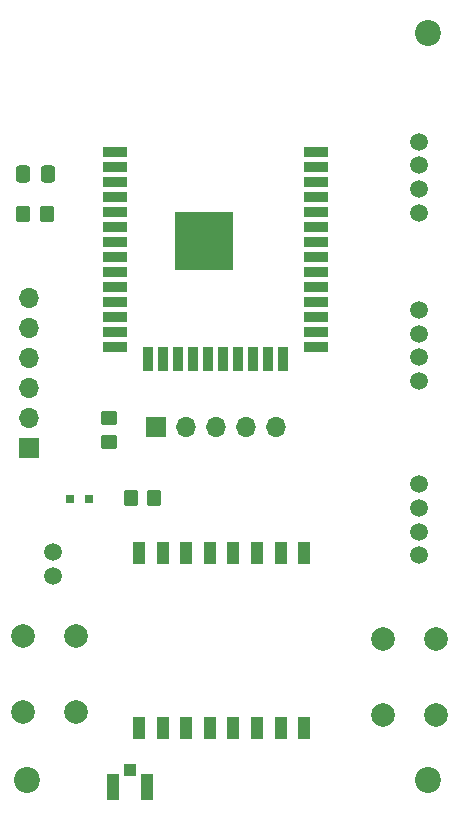
<source format=gbr>
G04 #@! TF.GenerationSoftware,KiCad,Pcbnew,(6.0.1)*
G04 #@! TF.CreationDate,2022-03-01T20:17:54-08:00*
G04 #@! TF.ProjectId,ESP32-Lora,45535033-322d-44c6-9f72-612e6b696361,rev?*
G04 #@! TF.SameCoordinates,Original*
G04 #@! TF.FileFunction,Soldermask,Top*
G04 #@! TF.FilePolarity,Negative*
%FSLAX46Y46*%
G04 Gerber Fmt 4.6, Leading zero omitted, Abs format (unit mm)*
G04 Created by KiCad (PCBNEW (6.0.1)) date 2022-03-01 20:17:54*
%MOMM*%
%LPD*%
G01*
G04 APERTURE LIST*
G04 Aperture macros list*
%AMRoundRect*
0 Rectangle with rounded corners*
0 $1 Rounding radius*
0 $2 $3 $4 $5 $6 $7 $8 $9 X,Y pos of 4 corners*
0 Add a 4 corners polygon primitive as box body*
4,1,4,$2,$3,$4,$5,$6,$7,$8,$9,$2,$3,0*
0 Add four circle primitives for the rounded corners*
1,1,$1+$1,$2,$3*
1,1,$1+$1,$4,$5*
1,1,$1+$1,$6,$7*
1,1,$1+$1,$8,$9*
0 Add four rect primitives between the rounded corners*
20,1,$1+$1,$2,$3,$4,$5,0*
20,1,$1+$1,$4,$5,$6,$7,0*
20,1,$1+$1,$6,$7,$8,$9,0*
20,1,$1+$1,$8,$9,$2,$3,0*%
G04 Aperture macros list end*
%ADD10C,1.500000*%
%ADD11RoundRect,0.250000X0.450000X-0.350000X0.450000X0.350000X-0.450000X0.350000X-0.450000X-0.350000X0*%
%ADD12C,2.200000*%
%ADD13R,0.800000X0.800000*%
%ADD14C,2.000000*%
%ADD15R,2.000000X0.900000*%
%ADD16R,0.900000X2.000000*%
%ADD17R,5.000000X5.000000*%
%ADD18RoundRect,0.250000X0.337500X0.475000X-0.337500X0.475000X-0.337500X-0.475000X0.337500X-0.475000X0*%
%ADD19RoundRect,0.250000X0.350000X0.450000X-0.350000X0.450000X-0.350000X-0.450000X0.350000X-0.450000X0*%
%ADD20R,1.700000X1.700000*%
%ADD21O,1.700000X1.700000*%
%ADD22R,1.050000X2.200000*%
%ADD23R,1.000000X1.050000*%
%ADD24RoundRect,0.250000X-0.350000X-0.450000X0.350000X-0.450000X0.350000X0.450000X-0.350000X0.450000X0*%
%ADD25R,1.050000X1.950000*%
G04 APERTURE END LIST*
D10*
X139250000Y-105000000D03*
X139250000Y-103000000D03*
X139250000Y-101000000D03*
X139250000Y-99000000D03*
D11*
X113000000Y-124400000D03*
X113000000Y-122400000D03*
D12*
X140000000Y-153000000D03*
D13*
X111300000Y-129250000D03*
X109650000Y-129250000D03*
D14*
X105664000Y-147320000D03*
X110164000Y-147320000D03*
X110164000Y-140820000D03*
X105664000Y-140820000D03*
D10*
X139250000Y-119250000D03*
X139250000Y-117250000D03*
X139250000Y-115250000D03*
X139250000Y-113250000D03*
D15*
X113470800Y-99865000D03*
X113470800Y-101135000D03*
X113470800Y-102405000D03*
X113470800Y-103675000D03*
X113470800Y-104945000D03*
X113470800Y-106215000D03*
X113470800Y-107485000D03*
X113470800Y-108755000D03*
X113470800Y-110025000D03*
X113470800Y-111295000D03*
X113470800Y-112565000D03*
X113470800Y-113835000D03*
X113470800Y-115105000D03*
X113470800Y-116375000D03*
D16*
X116255800Y-117375000D03*
X117525800Y-117375000D03*
X118795800Y-117375000D03*
X120065800Y-117375000D03*
X121335800Y-117375000D03*
X122605800Y-117375000D03*
X123875800Y-117375000D03*
X125145800Y-117375000D03*
X126415800Y-117375000D03*
X127685800Y-117375000D03*
D15*
X130470800Y-116375000D03*
X130470800Y-115105000D03*
X130470800Y-113835000D03*
X130470800Y-112565000D03*
X130470800Y-111295000D03*
X130470800Y-110025000D03*
X130470800Y-108755000D03*
X130470800Y-107485000D03*
X130470800Y-106215000D03*
X130470800Y-104945000D03*
X130470800Y-103675000D03*
X130470800Y-102405000D03*
X130470800Y-101135000D03*
X130470800Y-99865000D03*
D17*
X120970800Y-107365000D03*
D18*
X107787500Y-101750000D03*
X105712500Y-101750000D03*
D19*
X107680000Y-105156000D03*
X105680000Y-105156000D03*
D14*
X136144000Y-147574000D03*
X140644000Y-147574000D03*
X140644000Y-141074000D03*
X136144000Y-141074000D03*
D10*
X108250000Y-133750000D03*
X108250000Y-135750000D03*
D20*
X116920000Y-123190000D03*
D21*
X119460000Y-123190000D03*
X122000000Y-123190000D03*
X124540000Y-123190000D03*
X127080000Y-123190000D03*
D10*
X139250000Y-134000000D03*
X139250000Y-132000000D03*
X139250000Y-130000000D03*
X139250000Y-128000000D03*
D22*
X113275000Y-153670000D03*
X116225000Y-153670000D03*
D23*
X114750000Y-152170000D03*
D24*
X114800000Y-129200000D03*
X116800000Y-129200000D03*
D12*
X140000000Y-89750000D03*
X106000000Y-153000000D03*
D25*
X129500000Y-133824000D03*
X127500000Y-133824000D03*
X125500000Y-133824000D03*
X123500000Y-133824000D03*
X121500000Y-133824000D03*
X119500000Y-133824000D03*
X117500000Y-133824000D03*
X115500000Y-133824000D03*
X115500000Y-148624000D03*
X117500000Y-148624000D03*
X119500000Y-148624000D03*
X121500000Y-148624000D03*
X123500000Y-148624000D03*
X125500000Y-148624000D03*
X127500000Y-148624000D03*
X129500000Y-148624000D03*
D20*
X106172000Y-124968000D03*
D21*
X106172000Y-122428000D03*
X106172000Y-119888000D03*
X106172000Y-117348000D03*
X106172000Y-114808000D03*
X106172000Y-112268000D03*
M02*

</source>
